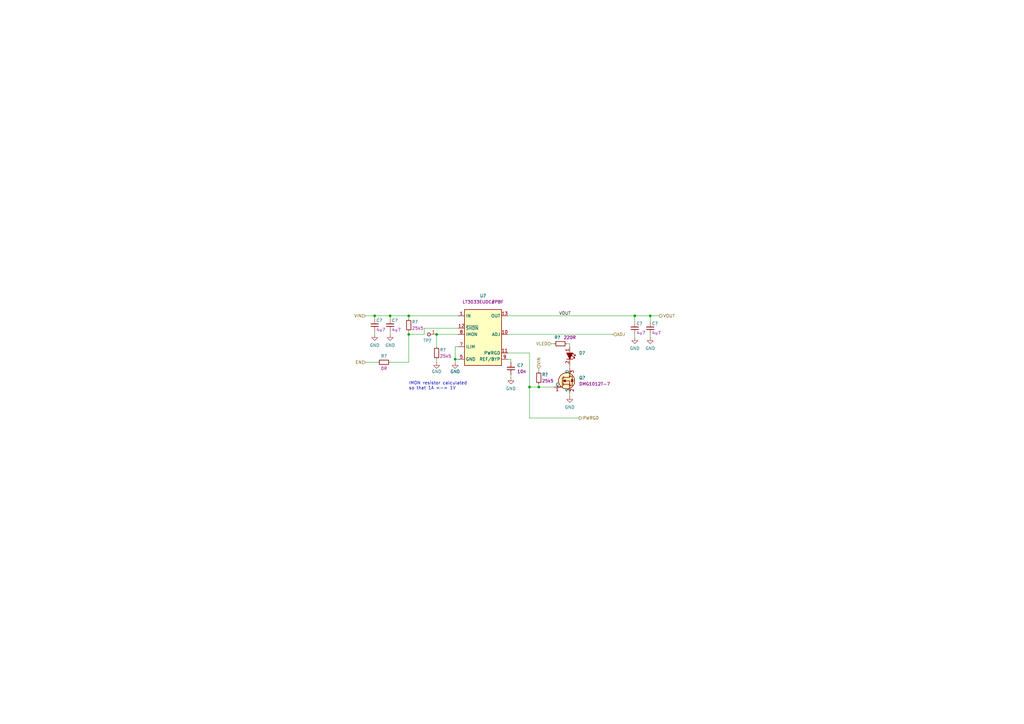
<source format=kicad_sch>
(kicad_sch (version 20211123) (generator eeschema)
  (paper "A3")
  (title_block (title "LPDDR5 SO-DIMM") (date "2023-12-19") (rev "1.0.0"))
  (lib_symbols
    (symbol "antmicroCapacitors0402:C_10n_0402" (pin_numbers hide) (pin_names hide)
      (property "Reference" "C" (at 20.32 -5.08 0))
      (property "Val" "10n" (at 20.32 -7.62 0))
      (symbol "C_10n_0402_0_1"
        (polyline (pts (xy 2.032 -1.524) (xy 2.032 1.524)) (stroke (width 0.3048)))
        (polyline (pts (xy 3.048 -1.524) (xy 3.048 1.524)) (stroke (width 0.3302)))
      )
      (symbol "C_10n_0402_1_1"
        (pin passive line (at 0 0 0) (length 2.032) (name "~") (number "1"))
        (pin passive line (at 5.08 0 180) (length 2.032) (name "~") (number "2"))
      )
    )
    (symbol "antmicroCapacitors0402:C_4u7_0402" (pin_numbers hide) (pin_names hide)
      (property "Reference" "C" (at 20.32 -5.08 0))
      (property "Val" "4u7" (at 20.32 -7.62 0))
      (symbol "C_4u7_0402_0_1"
        (polyline (pts (xy 2.032 -1.524) (xy 2.032 1.524)) (stroke (width 0.3048)))
        (polyline (pts (xy 3.048 -1.524) (xy 3.048 1.524)) (stroke (width 0.3302)))
      )
      (symbol "C_4u7_0402_1_1"
        (pin passive line (at 0 0 0) (length 2.032) (name "~") (number "1"))
        (pin passive line (at 5.08 0 180) (length 2.032) (name "~") (number "2"))
      )
    )
    (symbol "antmicroLEDIndicationDiscrete:LED_G_0603_KP-1608CGCK" (pin_names hide)
      (property "Reference" "D" (at 22.86 -5.08 0))
      (property "Value" "LED_G_0603_KP-1608CGCK" (at 22.86 -7.62 0))
      (symbol "LED_G_0603_KP-1608CGCK_1_1"
        (polyline (pts (xy 5.08 1.27) (xy 5.08 -1.27)) (stroke (width 0.254)))
        (polyline (pts (xy 2.54 1.27) (xy 2.54 -1.27) (xy 5.08 0) (xy 2.54 1.27)) (stroke (width 0.254)) (fill (type outline)))
        (polyline (pts (xy 3.683 2.286) (xy 3.683 1.778) (xy 3.683 2.286) (xy 3.175 2.286) (xy 3.683 2.286) (xy 2.794 1.397)) (stroke (width 0.254)))
        (polyline (pts (xy 4.699 2.032) (xy 4.699 1.524) (xy 4.699 2.032) (xy 4.191 2.032) (xy 4.699 2.032) (xy 3.683 1.016)) (stroke (width 0.254)))
        (pin passive line (at 0 0 0) (length 2.54) (name "1") (number "1"))
        (pin passive line (at 7.62 0 180) (length 2.54) (name "2") (number "2"))
      )
    )
    (symbol "antmicroPMICVoltageRegulatorsLinear:LT3033EUDC_QFN"
      (property "Reference" "U" (at 35.56 -2.54 0))
      (property "MPN" "LT3033EUDC#PBF" (at 35.56 -5.08 0))
      (symbol "LT3033EUDC_QFN_1_1"
        (rectangle (start 2.54 2.54) (end 17.78 -20.32) (stroke (width 0.254)) (fill (type background)))
        (pin power_in line (at 0 0 0) (length 2.54) (name "IN") (number "1"))
        (pin input line (at 20.32 -7.62 180) (length 2.54) (name "ADJ") (number "10"))
        (pin open_collector line (at 20.32 -15.24 180) (length 2.54) (name "PWRGD") (number "11"))
        (pin input line (at 0 -5.08 0) (length 2.54) (name "~{SHDN}") (number "12"))
        (pin power_out line (at 20.32 0 180) (length 2.54) (name "OUT") (number "13"))
        (pin passive line (at 20.32 0 180) (length 2.54) hide (name "OUT") (number "14"))
        (pin passive line (at 0 0 0) (length 2.54) hide (name "IN") (number "15"))
        (pin passive line (at 0 0 0) (length 2.54) hide (name "IN") (number "16"))
        (pin passive line (at 20.32 0 180) (length 2.54) hide (name "OUT") (number "17"))
        (pin passive line (at 20.32 0 180) (length 2.54) hide (name "OUT") (number "18"))
        (pin passive line (at 20.32 0 180) (length 2.54) hide (name "OUT") (number "19"))
        (pin passive line (at 0 0 0) (length 2.54) hide (name "IN") (number "2"))
        (pin passive line (at 20.32 0 180) (length 2.54) hide (name "OUT") (number "20"))
        (pin passive line (at 0 0 0) (length 2.54) hide (name "IN") (number "21"))
        (pin passive line (at 0 0 0) (length 2.54) hide (name "IN") (number "22"))
        (pin passive line (at 20.32 0 180) (length 2.54) hide (name "OUT") (number "23"))
        (pin passive line (at 20.32 0 180) (length 2.54) hide (name "OUT") (number "24"))
        (pin passive line (at 20.32 0 180) (length 2.54) hide (name "OUT") (number "3"))
        (pin passive line (at 20.32 0 180) (length 2.54) hide (name "OUT") (number "4"))
        (pin power_in line (at 0 -17.78 0) (length 2.54) (name "GND") (number "5"))
        (pin passive line (at 0 -17.78 0) (length 2.54) hide (name "GND") (number "6"))
        (pin passive line (at 0 -12.7 0) (length 2.54) (name "ILIM") (number "7"))
        (pin output line (at 0 -7.62 0) (length 2.54) (name "IMON") (number "8"))
        (pin passive line (at 20.32 -17.78 180) (length 2.54) (name "REF/BYP") (number "9"))
      )
    )
    (symbol "antmicroResistors0402:R_0R_0402" (pin_numbers hide) (pin_names hide)
      (property "Reference" "R" (at 20.32 -5.08 0))
      (property "Val" "0R" (at 20.32 -7.62 0))
      (symbol "R_0R_0402_0_1"
        (rectangle (start 0.635 0.889) (end 4.445 -0.889) (stroke (width 0.254)))
      )
      (symbol "R_0R_0402_1_1"
        (pin passive line (at 0 0 0) (length 0.635) (name "~") (number "1"))
        (pin passive line (at 5.08 0 180) (length 0.635) (name "~") (number "2"))
      )
    )
    (symbol "antmicroResistors0402:R_220R_0402" (pin_numbers hide) (pin_names hide)
      (property "Reference" "R" (at 20.32 -5.08 0))
      (property "Val" "220R" (at 20.32 -7.62 0))
      (symbol "R_220R_0402_0_1"
        (rectangle (start 0.635 0.889) (end 4.445 -0.889) (stroke (width 0.254)))
      )
      (symbol "R_220R_0402_1_1"
        (pin passive line (at 0 0 0) (length 0.635) (name "~") (number "1"))
        (pin passive line (at 5.08 0 180) (length 0.635) (name "~") (number "2"))
      )
    )
    (symbol "antmicroResistors0402:R_25k5_0402" (pin_numbers hide) (pin_names hide)
      (property "Reference" "R" (at 20.32 -5.08 0))
      (property "Val" "25k5" (at 20.32 -7.62 0))
      (symbol "R_25k5_0402_0_1"
        (rectangle (start 0.635 0.889) (end 4.445 -0.889) (stroke (width 0.254)))
      )
      (symbol "R_25k5_0402_1_1"
        (pin passive line (at 0 0 0) (length 0.635) (name "~") (number "1"))
        (pin passive line (at 5.08 0 180) (length 0.635) (name "~") (number "2"))
      )
    )
    (symbol "antmicroTestPoints:TP_0.75mm_SMD" (pin_names hide) (in_bom no)
      (property "Reference" "TP" (at 10.795 -1.27 0))
      (symbol "TP_0.75mm_SMD_1_1"
        (circle (center 3.175 0) (radius 0.635) (stroke (width 0.254)))
        (pin passive line (at 0 0 0) (length 2.54) (name "1") (number "1"))
      )
    )
    (symbol "antmicroTransistorsFETsMOSFETsSingle:DMG1012T-7" (pin_names (offset 0)) (in_bom no)
      (property "Reference" "Q" (at 10.16 3.81 0))
      (property "MPN" "DMG1012T-7" (at 10.16 1.27 0))
      (symbol "DMG1012T-7_1_1"
        (polyline (pts (xy 3.81 1.143) (xy 3.81 0.635)) (stroke (width 0.254)) (fill (type background)))
        (polyline (pts (xy 3.81 1.143) (xy 3.81 1.651)) (stroke (width 0.254)) (fill (type background)))
        (polyline (pts (xy 3.81 2.54) (xy 3.81 2.032)) (stroke (width 0.254)) (fill (type background)))
        (polyline (pts (xy 3.81 2.54) (xy 3.81 3.048)) (stroke (width 0.254)) (fill (type background)))
        (polyline (pts (xy 3.81 4.445) (xy 3.81 3.429)) (stroke (width 0.254)) (fill (type background)))
        (polyline (pts (xy 6.35 1.143) (xy 3.81 1.143)) (stroke (width 0.254)) (fill (type background)))
        (polyline (pts (xy 7.874 3.048) (xy 6.858 3.048)) (stroke (width 0.254)) (fill (type background)))
        (polyline (pts (xy 1.27 0) (xy 3.302 0) (xy 3.302 3.937)) (stroke (width 0.254)))
        (polyline (pts (xy 6.35 -1.27) (xy 6.35 2.54) (xy 3.81 2.54)) (stroke (width 0.254)))
        (polyline (pts (xy 6.35 6.35) (xy 6.35 3.937) (xy 3.81 3.937)) (stroke (width 0.254)))
        (polyline (pts (xy 3.81 2.54) (xy 4.572 3.048) (xy 4.572 2.032) (xy 3.81 2.54)) (stroke (width 0.254)) (fill (type outline)))
        (polyline (pts (xy 7.366 3.048) (xy 6.858 2.286) (xy 7.874 2.286) (xy 7.366 3.048)) (stroke (width 0.254)) (fill (type outline)))
        (polyline (pts (xy 6.223 0.635) (xy 7.366 0.635) (xy 7.366 3.937) (xy 7.366 4.445) (xy 6.223 4.445)) (stroke (width 0.254)))
        (circle (center 5.08 2.54) (radius 3.302) (stroke (width 0.254)) (fill (type background)))
        (circle (center 6.35 0.635) (radius 0.127) (stroke (width 0.254)) (fill (type background)))
        (circle (center 6.35 1.143) (radius 0.127) (stroke (width 0.254)) (fill (type background)))
        (circle (center 6.35 4.445) (radius 0.127) (stroke (width 0.254)) (fill (type background)))
        (pin bidirectional line (at 0 0 0) (length 2.54) (name "G") (number "1"))
        (pin bidirectional line (at 6.35 -2.54 90) (length 2.54) (name "S") (number "2"))
        (pin bidirectional line (at 6.35 7.62 270) (length 2.54) (name "D") (number "3"))
      )
    )
    (symbol "antmicropower:GND" (power) (pin_numbers hide) (pin_names hide)
      (property "Value" "GND" (at 8.89 -5.08 0))
      (symbol "GND_1_1"
        (polyline (pts (xy 0 0) (xy 0 -1.27) (xy 1.27 -1.27) (xy 0 -2.54) (xy -1.27 -1.27) (xy 0 -1.27)))
        (pin power_in line (at 0 0 270) (length 0) (name "GND") (number "1"))
      )
    )
  )
  (junction (at 167.64 129.54))
  (junction (at 167.64 137.16))
  (junction (at 179.07 137.16))
  (junction (at 217.17 158.75))
  (junction (at 186.69 147.32))
  (junction (at 260.35 129.54))
  (junction (at 266.7 129.54))
  (junction (at 160.02 129.54))
  (junction (at 220.98 158.75))
  (junction (at 153.67 129.54))
  (wire (pts (xy 167.64 148.59) (xy 167.64 137.16)))
  (wire (pts (xy 187.96 134.62) (xy 173.99 134.62)))
  (wire (pts (xy 217.17 158.75) (xy 220.98 158.75)))
  (wire (pts (xy 220.98 157.48) (xy 220.98 158.75)))
  (wire (pts (xy 186.69 147.32) (xy 187.96 147.32)))
  (wire (pts (xy 233.68 140.97) (xy 233.68 142.24)))
  (wire (pts (xy 167.64 129.54) (xy 187.96 129.54)))
  (wire (pts (xy 217.17 171.45) (xy 237.49 171.45)))
  (wire (pts (xy 209.55 153.67) (xy 209.55 154.94)))
  (wire (pts (xy 153.67 135.89) (xy 153.67 137.16)))
  (wire (pts (xy 160.02 135.89) (xy 160.02 137.16)))
  (wire (pts (xy 266.7 137.16) (xy 266.7 138.43)))
  (wire (pts (xy 167.64 137.16) (xy 167.64 135.89)))
  (wire (pts (xy 167.64 129.54) (xy 167.64 130.81)))
  (wire (pts (xy 260.35 129.54) (xy 260.35 132.08)))
  (wire (pts (xy 186.69 148.59) (xy 186.69 147.32)))
  (wire (pts (xy 149.86 148.59) (xy 154.94 148.59)))
  (wire (pts (xy 208.28 147.32) (xy 209.55 147.32)))
  (wire (pts (xy 233.68 149.86) (xy 233.68 151.13)))
  (wire (pts (xy 179.07 137.16) (xy 179.07 142.24)))
  (wire (pts (xy 187.96 137.16) (xy 179.07 137.16)))
  (wire (pts (xy 217.17 158.75) (xy 217.17 171.45)))
  (wire (pts (xy 266.7 129.54) (xy 270.51 129.54)))
  (wire (pts (xy 227.33 140.97) (xy 226.06 140.97)))
  (wire (pts (xy 149.86 129.54) (xy 153.67 129.54)))
  (wire (pts (xy 160.02 148.59) (xy 167.64 148.59)))
  (wire (pts (xy 220.98 151.13) (xy 220.98 152.4)))
  (wire (pts (xy 208.28 129.54) (xy 260.35 129.54)))
  (wire (pts (xy 179.07 147.32) (xy 179.07 148.59)))
  (wire (pts (xy 208.28 144.78) (xy 217.17 144.78)))
  (wire (pts (xy 217.17 144.78) (xy 217.17 158.75)))
  (wire (pts (xy 153.67 129.54) (xy 160.02 129.54)))
  (wire (pts (xy 266.7 129.54) (xy 266.7 132.08)))
  (wire (pts (xy 153.67 129.54) (xy 153.67 130.81)))
  (wire (pts (xy 260.35 137.16) (xy 260.35 138.43)))
  (wire (pts (xy 233.68 161.29) (xy 233.68 162.56)))
  (wire (pts (xy 220.98 158.75) (xy 227.33 158.75)))
  (wire (pts (xy 208.28 137.16) (xy 251.46 137.16)))
  (wire (pts (xy 187.96 142.24) (xy 186.69 142.24)))
  (wire (pts (xy 173.99 134.62) (xy 173.99 137.16)))
  (wire (pts (xy 186.69 142.24) (xy 186.69 147.32)))
  (wire (pts (xy 173.99 137.16) (xy 167.64 137.16)))
  (wire (pts (xy 232.41 140.97) (xy 233.68 140.97)))
  (wire (pts (xy 209.55 147.32) (xy 209.55 148.59)))
  (wire (pts (xy 260.35 129.54) (xy 266.7 129.54)))
  (wire (pts (xy 160.02 129.54) (xy 160.02 130.81)))
  (wire (pts (xy 160.02 129.54) (xy 167.64 129.54)))
  (text "IMON resistor calculated\nso that 1A <-> 1V" (at 167.64 160.02 0) (effects (font (size 1.27 1.27)) (justify left bottom)))
  (label "VOUT" (at 229.235 129.54 0))
  (hierarchical_label "VIN" (shape input) (at 220.98 151.13 90))
  (hierarchical_label "VIN" (shape input) (at 149.86 129.54 180))
  (hierarchical_label "ADJ" (shape input) (at 251.46 137.16 0))
  (hierarchical_label "VOUT" (shape output) (at 270.51 129.54 0))
  (hierarchical_label "VLED" (shape input) (at 226.06 140.97 180))
  (hierarchical_label "PWRGD" (shape output) (at 237.49 171.45 0))
  (hierarchical_label "EN" (shape input) (at 149.86 148.59 180))
  (symbol (lib_id "antmicropower:GND") (at 209.55 154.94 0) (unit 1)
    (property "Reference" "#PWR?" (effects hide))
    (property "Value" "GND" (at 209.55 159.385 0))
    (property "Author" "Antmicro" (effects hide))
    (property "License" "Apache-2.0" (effects hide))
  )
  (symbol (lib_id "antmicropower:GND") (at 160.02 137.16 0) (unit 1)
    (property "Reference" "#PWR?" (effects hide))
    (property "Value" "GND" (at 160.02 141.605 0))
    (property "Author" "Antmicro" (effects hide))
    (property "License" "Apache-2.0" (effects hide))
  )
  (symbol (lib_id "antmicropower:GND") (at 153.67 137.16 0) (unit 1)
    (property "Reference" "#PWR?" (effects hide))
    (property "Value" "GND" (at 153.67 141.605 0))
    (property "Author" "Antmicro" (effects hide))
    (property "License" "Apache-2.0" (effects hide))
  )
  (symbol (lib_id "antmicroCapacitors0402:C_4u7_0402") (at 160.02 135.89 90) (unit 1)
    (property "Reference" "C?" (at 160.655 131.445 90) (effects (justify right)))
    (property "Value" "C_4u7_0402" (effects hide))
    (property "Footprint" "antmicro-footprints:C_0402_1005Metric" (effects hide))
    (property "Datasheet" "https://www.murata.com/products/productdetail?partno=GRM155R61A475MEAA%23" (effects hide))
    (property "MPN" "GRM155R61A475MEAAD" (effects hide))
    (property "Manufacturer" "Murata" (effects hide))
    (property "License" "Apache-2.0" (effects hide))
    (property "Author" "Antmicro" (effects hide))
    (property "Val" "4u7" (at 160.655 135.255 90) (effects (justify right)))
  )
  (symbol (lib_id "antmicroLEDIndicationDiscrete:LED_G_0603_KP-1608CGCK") (at 233.68 142.24 270) (unit 1)
    (property "Reference" "D?" (at 237.49 144.7799 90) (effects (justify left)))
    (property "Value" "LED_G_0603_KP-1608CGCK" (effects hide))
    (property "Footprint" "antmicro-footprints:LED_0603_1608Metric_G" (effects hide))
    (property "Datasheet" "http://www.farnell.com/datasheets/2045956.pdf" (effects hide))
    (property "MPN" "KP-1608CGCK" (effects hide))
    (property "Manufacturer" "Kingbright" (effects hide))
    (property "Author" "Antmicro" (effects hide))
    (property "License" "Apache-2.0" (effects hide))
  )
  (symbol (lib_id "antmicroTransistorsFETsMOSFETsSingle:DMG1012T-7") (at 227.33 158.75 0) (unit 1)
    (property "Reference" "Q?" (at 237.49 154.9399 0) (effects (justify left)))
    (property "Value" "DMG1012T-7" (effects hide))
    (property "Footprint" "antmicro-footprints:SOT-523" (effects hide))
    (property "Datasheet" "https://www.diodes.com/assets/Datasheets/ds31783.pdf" (effects hide))
    (property "MPN" "DMG1012T-7" (at 237.49 157.4799 0) (effects (justify left)))
    (property "Manufacturer" "Diodes Incorporated" (effects hide))
    (property "Author" "Antmicro" (effects hide))
    (property "License" "Apache-2.0" (effects hide))
  )
  (symbol (lib_id "antmicropower:GND") (at 260.35 138.43 0) (unit 1)
    (property "Reference" "#PWR?" (effects hide))
    (property "Value" "GND" (at 260.35 142.875 0))
    (property "Author" "Antmicro" (effects hide))
    (property "License" "Apache-2.0" (effects hide))
  )
  (symbol (lib_id "antmicroResistors0402:R_25k5_0402") (at 167.64 135.89 90) (unit 1)
    (property "Reference" "R?" (at 168.91 132.08 90) (effects (justify right)))
    (property "Value" "R_25k5_0402" (effects hide))
    (property "Footprint" "antmicro-footprints:R_0402_1005Metric" (effects hide))
    (property "Datasheet" "https://www.bourns.com/docs/product-datasheets/cr.pdf" (effects hide))
    (property "MPN" "CR0402-FX-2552GLF" (effects hide))
    (property "Manufacturer" "Bourns" (effects hide))
    (property "License" "Apache-2.0" (effects hide))
    (property "Author" "Antmicro" (effects hide))
    (property "Val" "25k5" (at 168.91 134.62 90) (effects (justify right)))
    (property "Tolerance" "1%" (effects hide))
  )
  (symbol (lib_id "antmicroCapacitors0402:C_4u7_0402") (at 266.7 137.16 90) (unit 1)
    (property "Reference" "C?" (at 267.335 132.715 90) (effects (justify right)))
    (property "Value" "C_4u7_0402" (effects hide))
    (property "Footprint" "antmicro-footprints:C_0402_1005Metric" (effects hide))
    (property "Datasheet" "https://www.murata.com/products/productdetail?partno=GRM155R61A475MEAA%23" (effects hide))
    (property "MPN" "GRM155R61A475MEAAD" (effects hide))
    (property "Manufacturer" "Murata" (effects hide))
    (property "License" "Apache-2.0" (effects hide))
    (property "Author" "Antmicro" (effects hide))
    (property "Val" "4u7" (at 267.335 136.525 90) (effects (justify right)))
  )
  (symbol (lib_id "antmicropower:GND") (at 186.69 148.59 0) (unit 1)
    (property "Reference" "#PWR?" (effects hide))
    (property "Value" "GND" (at 186.69 152.4 0))
    (property "Author" "Antmicro" (effects hide))
    (property "License" "Apache-2.0" (effects hide))
  )
  (symbol (lib_id "antmicroResistors0402:R_25k5_0402") (at 179.07 147.32 90) (unit 1)
    (property "Reference" "R?" (at 180.34 143.51 90) (effects (justify right)))
    (property "Value" "R_25k5_0402" (effects hide))
    (property "Footprint" "antmicro-footprints:R_0402_1005Metric" (effects hide))
    (property "Datasheet" "https://www.bourns.com/docs/product-datasheets/cr.pdf" (effects hide))
    (property "MPN" "CR0402-FX-2552GLF" (effects hide))
    (property "Manufacturer" "Bourns" (effects hide))
    (property "License" "Apache-2.0" (effects hide))
    (property "Author" "Antmicro" (effects hide))
    (property "Val" "25k5" (at 180.34 146.05 90) (effects (justify right)))
    (property "Tolerance" "1%" (effects hide))
  )
  (symbol (lib_id "antmicroCapacitors0402:C_4u7_0402") (at 153.67 135.89 90) (unit 1)
    (property "Reference" "C?" (at 154.305 131.445 90) (effects (justify right)))
    (property "Value" "C_4u7_0402" (effects hide))
    (property "Footprint" "antmicro-footprints:C_0402_1005Metric" (effects hide))
    (property "Datasheet" "https://www.murata.com/products/productdetail?partno=GRM155R61A475MEAA%23" (effects hide))
    (property "MPN" "GRM155R61A475MEAAD" (effects hide))
    (property "Manufacturer" "Murata" (effects hide))
    (property "License" "Apache-2.0" (effects hide))
    (property "Author" "Antmicro" (effects hide))
    (property "Val" "4u7" (at 154.305 135.255 90) (effects (justify right)))
  )
  (symbol (lib_id "antmicropower:GND") (at 266.7 138.43 0) (unit 1)
    (property "Reference" "#PWR?" (effects hide))
    (property "Value" "GND" (at 266.7 142.875 0))
    (property "Author" "Antmicro" (effects hide))
    (property "License" "Apache-2.0" (effects hide))
  )
  (symbol (lib_id "antmicroResistors0402:R_25k5_0402") (at 220.98 157.48 90) (unit 1)
    (property "Reference" "R?" (at 222.25 153.67 90) (effects (justify right)))
    (property "Value" "R_25k5_0402" (effects hide))
    (property "Footprint" "antmicro-footprints:R_0402_1005Metric" (effects hide))
    (property "Datasheet" "https://www.bourns.com/docs/product-datasheets/cr.pdf" (effects hide))
    (property "MPN" "CR0402-FX-2552GLF" (effects hide))
    (property "Manufacturer" "Bourns" (effects hide))
    (property "License" "Apache-2.0" (effects hide))
    (property "Author" "Antmicro" (effects hide))
    (property "Val" "25k5" (at 222.25 156.21 90) (effects (justify right)))
    (property "Tolerance" "1%" (effects hide))
  )
  (symbol (lib_id "antmicroPMICVoltageRegulatorsLinear:LT3033EUDC_QFN") (at 187.96 129.54 0) (unit 1)
    (property "Reference" "U?" (at 198.12 121.285 0))
    (property "Value" "LT3033EUDC_QFN" (effects hide))
    (property "Footprint" "antmicro-footprints:QFN-20-4EP_3x4x0.75mm_P0.5mm_Layout4x6_LT3033" (effects hide))
    (property "Datasheet" "https://www.analog.com/media/en/technical-documentation/data-sheets/LT3033.pdf" (effects hide))
    (property "MPN" "LT3033EUDC#PBF" (at 198.12 123.825 0))
    (property "Manufacturer" "Analog Devices" (effects hide))
    (property "Author" "Antmicro" (effects hide))
    (property "License" "Apache-2.0" (effects hide))
  )
  (symbol (lib_id "antmicroResistors0402:R_0R_0402") (at 154.94 148.59 0) (unit 1)
    (property "Reference" "R?" (at 157.48 146.05 0))
    (property "Value" "R_0R_0402" (effects hide))
    (property "Footprint" "antmicro-footprints:R_0402_1005Metric" (effects hide))
    (property "Datasheet" "https://industrial.panasonic.com/cdbs/www-data/pdf/RDA0000/AOA0000C301.pdf" (effects hide))
    (property "MPN" "ERJ2GE0R00X" (effects hide))
    (property "Manufacturer" "Panasonic" (effects hide))
    (property "License" "Apache-2.0" (effects hide))
    (property "Author" "Antmicro" (effects hide))
    (property "Val" "0R" (at 157.48 151.13 0))
    (property "Current" "1A" (effects hide))
  )
  (symbol (lib_id "antmicroResistors0402:R_220R_0402") (at 227.33 140.97 0) (unit 1)
    (property "Reference" "R?" (at 228.6 138.43 0))
    (property "Value" "R_220R_0402" (effects hide))
    (property "Footprint" "antmicro-footprints:R_0402_1005Metric" (effects hide))
    (property "Datasheet" "https://www.bourns.com/docs/product-datasheets/cr.pdf" (effects hide))
    (property "MPN" "CR0402-FX-2200GLF" (effects hide))
    (property "Manufacturer" "Bourns" (effects hide))
    (property "License" "Apache-2.0" (effects hide))
    (property "Author" "Antmicro" (effects hide))
    (property "Val" "220R" (at 233.68 138.43 0))
    (property "Tolerance" "1%" (effects hide))
  )
  (symbol (lib_id "antmicroTestPoints:TP_0.75mm_SMD") (at 179.07 137.16 180) (unit 1)
    (property "Reference" "TP?" (at 175.26 139.7 0))
    (property "Value" "TP_0.75mm_SMD" (effects hide))
    (property "Footprint" "antmicro-footprints:TP_SMD_0.75mm" (effects hide))
    (property "Author" "Antmicro" (effects hide))
    (property "License" "Apache-2.0" (effects hide))
  )
  (symbol (lib_id "antmicropower:GND") (at 233.68 162.56 0) (unit 1)
    (property "Reference" "#PWR?" (effects hide))
    (property "Value" "GND" (at 233.68 167.005 0))
    (property "Author" "Antmicro" (effects hide))
    (property "License" "Apache-2.0" (effects hide))
  )
  (symbol (lib_id "antmicroCapacitors0402:C_10n_0402") (at 209.55 153.67 90) (unit 1)
    (property "Reference" "C?" (at 212.09 149.8535 90) (effects (justify right)))
    (property "Value" "C_10n_0402" (effects hide))
    (property "Footprint" "antmicro-footprints:C_0402_1005Metric" (effects hide))
    (property "Datasheet" "https://www.murata.com/products/productdetail?partno=GRM155R71H103KA88%23" (effects hide))
    (property "MPN" "GRM155R71H103KA88D" (effects hide))
    (property "Manufacturer" "Murata" (effects hide))
    (property "License" "Apache-2.0" (effects hide))
    (property "Author" "Antmicro" (effects hide))
    (property "Val" "10n" (at 212.09 152.3935 90) (effects (justify right)))
    (property "Voltage" "50V" (effects hide))
    (property "Dielectric" "X7R" (effects hide))
  )
  (symbol (lib_id "antmicroCapacitors0402:C_4u7_0402") (at 260.35 137.16 90) (unit 1)
    (property "Reference" "C?" (at 260.985 132.715 90) (effects (justify right)))
    (property "Value" "C_4u7_0402" (effects hide))
    (property "Footprint" "antmicro-footprints:C_0402_1005Metric" (effects hide))
    (property "Datasheet" "https://www.murata.com/products/productdetail?partno=GRM155R61A475MEAA%23" (effects hide))
    (property "MPN" "GRM155R61A475MEAAD" (effects hide))
    (property "Manufacturer" "Murata" (effects hide))
    (property "License" "Apache-2.0" (effects hide))
    (property "Author" "Antmicro" (effects hide))
    (property "Val" "4u7" (at 260.985 136.525 90) (effects (justify right)))
  )
  (symbol (lib_id "antmicropower:GND") (at 179.07 148.59 0) (unit 1)
    (property "Reference" "#PWR?" (effects hide))
    (property "Value" "GND" (at 179.07 152.4 0))
    (property "Author" "Antmicro" (effects hide))
    (property "License" "Apache-2.0" (effects hide))
  )
)
</source>
